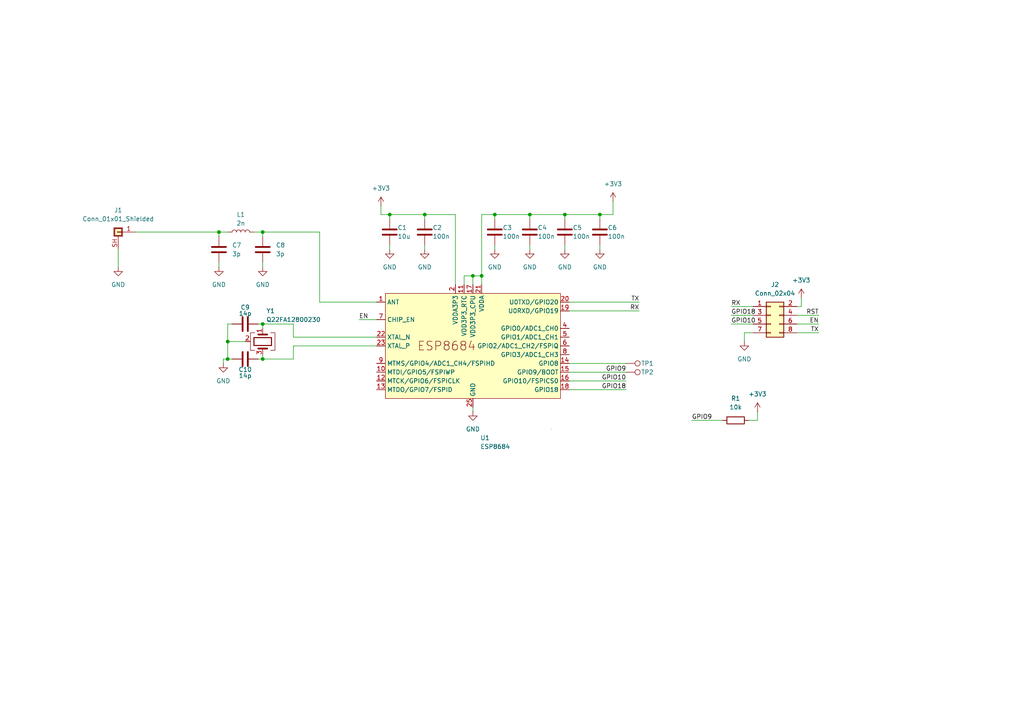
<source format=kicad_sch>
(kicad_sch (version 20250114) (generator "eeschema") (generator_version "9.0")
  (paper "A4")
  (lib_symbols
    (symbol "Connector:TestPoint" (pin_numbers (hide yes)) (pin_names (offset 0.762) (hide yes))
      (property "Reference" "TP" (at 0 6.858 0))
      (property "Value" "TestPoint" (at 0 5.08 0))
      (symbol "TestPoint_0_1"
        (circle (center 0 3.302) (radius 0.762))
      )
      (symbol "TestPoint_1_1"
        (pin passive line (at 0 0 90) (length 2.54) (name "1") (number "1"))
      )
    )
    (symbol "Connector_Generic:Conn_02x04_Odd_Even" (pin_names (offset 1.016) (hide yes))
      (property "Reference" "J" (at 1.27 5.08 0))
      (property "Value" "Conn_02x04_Odd_Even" (at 1.27 -7.62 0))
      (symbol "Conn_02x04_Odd_Even_1_1"
        (rectangle (start -1.27 3.81) (end 3.81 -6.35) (stroke (width 0.254)) (fill (type background)))
        (rectangle (start -1.27 2.667) (end 0 2.413) (stroke (width 0.1524)))
        (rectangle (start -1.27 0.127) (end 0 -0.127) (stroke (width 0.1524)))
        (rectangle (start -1.27 -2.413) (end 0 -2.667) (stroke (width 0.1524)))
        (rectangle (start -1.27 -4.953) (end 0 -5.207) (stroke (width 0.1524)))
        (rectangle (start 3.81 2.667) (end 2.54 2.413) (stroke (width 0.1524)))
        (rectangle (start 3.81 0.127) (end 2.54 -0.127) (stroke (width 0.1524)))
        (rectangle (start 3.81 -2.413) (end 2.54 -2.667) (stroke (width 0.1524)))
        (rectangle (start 3.81 -4.953) (end 2.54 -5.207) (stroke (width 0.1524)))
        (pin passive line (at -5.08 2.54 0) (length 3.81) (name "Pin_1") (number "1"))
        (pin passive line (at -5.08 0 0) (length 3.81) (name "Pin_3") (number "3"))
        (pin passive line (at -5.08 -2.54 0) (length 3.81) (name "Pin_5") (number "5"))
        (pin passive line (at -5.08 -5.08 0) (length 3.81) (name "Pin_7") (number "7"))
        (pin passive line (at 7.62 2.54 180) (length 3.81) (name "Pin_2") (number "2"))
        (pin passive line (at 7.62 0 180) (length 3.81) (name "Pin_4") (number "4"))
        (pin passive line (at 7.62 -2.54 180) (length 3.81) (name "Pin_6") (number "6"))
        (pin passive line (at 7.62 -5.08 180) (length 3.81) (name "Pin_8") (number "8"))
      )
    )
    (symbol "Connector_Generic_Shielded:Conn_01x01_Shielded" (pin_names (offset 1.016) (hide yes))
      (property "Reference" "J" (at 0.254 2.286 0))
      (property "Value" "Conn_01x01_Shielded" (at 1.016 -2.286 0))
      (symbol "Conn_01x01_Shielded_1_1"
        (rectangle (start -1.27 1.27) (end 1.27 -1.27) (stroke (width 0.1524)))
        (rectangle (start -1.016 1.016) (end 1.016 -1.016) (stroke (width 0.254)) (fill (type background)))
        (rectangle (start -1.016 0.127) (end 0.254 -0.127) (stroke (width 0.1524)))
        (pin passive line (at -5.08 0 0) (length 4.064) (name "Pin_1") (number "1"))
        (pin passive line (at 0 -5.08 90) (length 3.81) (name "Shield") (number "SH"))
      )
    )
    (symbol "Device:C" (pin_numbers (hide yes)) (pin_names (offset 0.254))
      (property "Reference" "C" (at 0.635 2.54 0))
      (property "Value" "C" (at 0.635 -2.54 0))
      (symbol "C_0_1"
        (polyline (pts (xy -2.032 0.762) (xy 2.032 0.762)) (stroke (width 0.508)))
        (polyline (pts (xy -2.032 -0.762) (xy 2.032 -0.762)) (stroke (width 0.508)))
      )
      (symbol "C_1_1"
        (pin passive line (at 0 3.81 270) (length 2.794) (name "~") (number "1"))
        (pin passive line (at 0 -3.81 90) (length 2.794) (name "~") (number "2"))
      )
    )
    (symbol "Device:Crystal_GND24" (pin_names (offset 1.016) (hide yes))
      (property "Reference" "Y" (at 3.175 5.08 0))
      (property "Value" "Crystal_GND24" (at 3.175 3.175 0))
      (symbol "Crystal_GND24_0_1"
        (polyline (pts (xy -2.54 2.286) (xy -2.54 3.556) (xy 2.54 3.556) (xy 2.54 2.286)))
        (polyline (pts (xy -2.54 0) (xy -2.032 0)))
        (polyline (pts (xy -2.54 -2.286) (xy -2.54 -3.556) (xy 2.54 -3.556) (xy 2.54 -2.286)))
        (polyline (pts (xy -2.032 -1.27) (xy -2.032 1.27)) (stroke (width 0.508)))
        (rectangle (start -1.143 2.54) (end 1.143 -2.54) (stroke (width 0.3048)))
        (polyline (pts (xy 0 -3.81) (xy 0 -3.556)))
        (polyline (pts (xy 2.032 0) (xy 2.54 0)))
        (polyline (pts (xy 2.032 -1.27) (xy 2.032 1.27)) (stroke (width 0.508)))
      )
      (symbol "Crystal_GND24_1_1"
        (pin passive line (at -3.81 0 0) (length 1.27) (name "1") (number "1"))
        (pin passive line (at 0 -5.08 90) (length 1.27) (name "G") (number "2"))
        (pin passive line (at 0 -5.08 90) (length 1.27) (hide yes) (name "G") (number "4"))
        (pin passive line (at 3.81 0 180) (length 1.27) (name "3") (number "3"))
      )
    )
    (symbol "Device:L" (pin_numbers (hide yes)) (pin_names (offset 1.016) (hide yes))
      (property "Reference" "L" (at -1.27 0 90))
      (property "Value" "L" (at 1.905 0 90))
      (symbol "L_0_1"
        (arc (start 0 2.54) (mid 0.6323 1.905) (end 0 1.27))
        (arc (start 0 1.27) (mid 0.6323 0.635) (end 0 0))
        (arc (start 0 0) (mid 0.6323 -0.635) (end 0 -1.27))
        (arc (start 0 -1.27) (mid 0.6323 -1.905) (end 0 -2.54))
      )
      (symbol "L_1_1"
        (pin passive line (at 0 3.81 270) (length 1.27) (name "1") (number "1"))
        (pin passive line (at 0 -3.81 90) (length 1.27) (name "2") (number "2"))
      )
    )
    (symbol "Device:R" (pin_numbers (hide yes)) (pin_names (offset 0))
      (property "Reference" "R" (at 2.032 0 90))
      (property "Value" "R" (at 0 0 90))
      (symbol "R_0_1"
        (rectangle (start -1.016 -2.54) (end 1.016 2.54) (stroke (width 0.254)))
      )
      (symbol "R_1_1"
        (pin passive line (at 0 3.81 270) (length 1.27) (name "~") (number "1"))
        (pin passive line (at 0 -3.81 90) (length 1.27) (name "~") (number "2"))
      )
    )
    (symbol "PCM_Espressif:ESP8684"
      (property "Reference" "U" (at -25.4 20.32 0))
      (property "Value" "ESP8684" (at -25.4 17.78 0))
      (symbol "ESP8684_0_0"
        (rectangle (start -25.4 15.24) (end 25.4 -15.24) (fill (type background)))
        (text "ESP8684" (at -7.62 0 0) (effects (font (size 2.54 2.54))))
      )
      (symbol "ESP8684_0_1"
        (rectangle (start 22.86 -24.13) (end 22.86 -24.13))
      )
      (symbol "ESP8684_1_1"
        (pin bidirectional line (at -27.94 12.7 0) (length 2.54) (name "ANT") (number "1"))
        (pin input line (at -27.94 7.62 0) (length 2.54) (name "CHIP_EN") (number "7"))
        (pin output line (at -27.94 2.54 0) (length 2.54) (name "XTAL_N") (number "22"))
        (pin input line (at -27.94 0 0) (length 2.54) (name "XTAL_P") (number "23"))
        (pin bidirectional line (at -27.94 -5.08 0) (length 2.54) (name "MTMS/GPIO4/ADC1_CH4/FSPIHD") (number "9"))
        (pin bidirectional line (at -27.94 -7.62 0) (length 2.54) (name "MTDI/GPIO5/FSPIWP") (number "10"))
        (pin bidirectional line (at -27.94 -10.16 0) (length 2.54) (name "MTCK/GPIO6/FSPICLK") (number "12"))
        (pin bidirectional line (at -27.94 -12.7 0) (length 2.54) (name "MTDO/GPIO7/FSPID") (number "13"))
        (pin power_in line (at -5.08 17.78 270) (length 2.54) (name "VDDA3P3") (number "2"))
        (pin passive line (at -5.08 17.78 270) (length 2.54) (hide yes) (name "VDDA3P3") (number "3"))
        (pin power_in line (at -2.54 17.78 270) (length 2.54) (name "VDD3P3_RTC") (number "11"))
        (pin power_in line (at 0 17.78 270) (length 2.54) (name "VDD3P3_CPU") (number "17"))
        (pin power_in line (at 0 -17.78 90) (length 2.54) (name "GND") (number "25"))
        (pin power_in line (at 2.54 17.78 270) (length 2.54) (name "VDDA") (number "21"))
        (pin passive line (at 2.54 17.78 270) (length 2.54) (hide yes) (name "VDDA") (number "24"))
        (pin bidirectional line (at 27.94 12.7 180) (length 2.54) (name "U0TXD/GPIO20") (number "20"))
        (pin bidirectional line (at 27.94 10.16 180) (length 2.54) (name "U0RXD/GPIO19") (number "19"))
        (pin bidirectional line (at 27.94 5.08 180) (length 2.54) (name "GPIO0/ADC1_CH0") (number "4"))
        (pin bidirectional line (at 27.94 2.54 180) (length 2.54) (name "GPIO1/ADC1_CH1") (number "5"))
        (pin bidirectional line (at 27.94 0 180) (length 2.54) (name "GPIO2/ADC1_CH2/FSPIQ") (number "6"))
        (pin bidirectional line (at 27.94 -2.54 180) (length 2.54) (name "GPIO3/ADC1_CH3") (number "8"))
        (pin bidirectional line (at 27.94 -5.08 180) (length 2.54) (name "GPIO8") (number "14"))
        (pin bidirectional line (at 27.94 -7.62 180) (length 2.54) (name "GPIO9/BOOT") (number "15"))
        (pin bidirectional line (at 27.94 -10.16 180) (length 2.54) (name "GPIO10/FSPICS0") (number "16"))
        (pin bidirectional line (at 27.94 -12.7 180) (length 2.54) (name "GPIO18") (number "18"))
      )
    )
    (symbol "power:+3V3" (power) (pin_numbers (hide yes)) (pin_names (offset 0) (hide yes))
      (property "Value" "+3V3" (at 0 3.556 0))
      (symbol "+3V3_0_1"
        (polyline (pts (xy -0.762 1.27) (xy 0 2.54)))
        (polyline (pts (xy 0 2.54) (xy 0.762 1.27)))
        (polyline (pts (xy 0 0) (xy 0 2.54)))
      )
      (symbol "+3V3_1_1"
        (pin power_in line (at 0 0 90) (length 0) (name "~") (number "1"))
      )
    )
    (symbol "power:GND" (power) (pin_numbers (hide yes)) (pin_names (offset 0) (hide yes))
      (property "Value" "GND" (at 0 -3.81 0))
      (symbol "GND_0_1"
        (polyline (pts (xy 0 0) (xy 0 -1.27) (xy 1.27 -1.27) (xy 0 -2.54) (xy -1.27 -1.27) (xy 0 -1.27)))
      )
      (symbol "GND_1_1"
        (pin power_in line (at 0 0 270) (length 0) (name "~") (number "1"))
      )
    )
  )
  (junction (at 66.04 99.06))
  (junction (at 137.16 80.01))
  (junction (at 66.04 104.14))
  (junction (at 153.67 62.23))
  (junction (at 123.19 62.23))
  (junction (at 76.2 93.98))
  (junction (at 76.2 67.31))
  (junction (at 139.7 80.01))
  (junction (at 63.5 67.31))
  (junction (at 113.03 62.23))
  (junction (at 163.83 62.23))
  (junction (at 173.99 62.23))
  (junction (at 143.51 62.23))
  (junction (at 76.2 104.14))
  (wire (pts (xy 143.51 62.23) (xy 139.7 62.23)))
  (wire (pts (xy 113.03 71.12) (xy 113.03 72.39)))
  (wire (pts (xy 76.2 104.14) (xy 74.93 104.14)))
  (wire (pts (xy 66.04 104.14) (xy 67.31 104.14)))
  (wire (pts (xy 177.8 62.23) (xy 173.99 62.23)))
  (wire (pts (xy 163.83 62.23) (xy 163.83 63.5)))
  (wire (pts (xy 63.5 67.31) (xy 66.04 67.31)))
  (wire (pts (xy 63.5 76.2) (xy 63.5 77.47)))
  (wire (pts (xy 212.09 93.98) (xy 218.44 93.98)))
  (wire (pts (xy 200.66 121.92) (xy 209.55 121.92)))
  (wire (pts (xy 163.83 62.23) (xy 153.67 62.23)))
  (wire (pts (xy 113.03 62.23) (xy 123.19 62.23)))
  (wire (pts (xy 231.14 88.9) (xy 232.41 88.9)))
  (wire (pts (xy 66.04 99.06) (xy 66.04 104.14)))
  (wire (pts (xy 143.51 72.39) (xy 143.51 71.12)))
  (wire (pts (xy 137.16 119.38) (xy 137.16 118.11)))
  (wire (pts (xy 85.09 104.14) (xy 76.2 104.14)))
  (wire (pts (xy 134.62 80.01) (xy 134.62 82.55)))
  (wire (pts (xy 143.51 62.23) (xy 143.51 63.5)))
  (wire (pts (xy 71.12 99.06) (xy 66.04 99.06)))
  (wire (pts (xy 73.66 67.31) (xy 76.2 67.31)))
  (wire (pts (xy 123.19 62.23) (xy 132.08 62.23)))
  (wire (pts (xy 237.49 91.44) (xy 231.14 91.44)))
  (wire (pts (xy 173.99 62.23) (xy 163.83 62.23)))
  (wire (pts (xy 110.49 62.23) (xy 110.49 59.69)))
  (wire (pts (xy 139.7 80.01) (xy 139.7 82.55)))
  (wire (pts (xy 110.49 62.23) (xy 113.03 62.23)))
  (wire (pts (xy 66.04 99.06) (xy 66.04 93.98)))
  (wire (pts (xy 76.2 93.98) (xy 85.09 93.98)))
  (wire (pts (xy 113.03 63.5) (xy 113.03 62.23)))
  (wire (pts (xy 181.61 113.03) (xy 165.1 113.03)))
  (wire (pts (xy 165.1 107.95) (xy 181.61 107.95)))
  (wire (pts (xy 153.67 72.39) (xy 153.67 71.12)))
  (wire (pts (xy 153.67 62.23) (xy 143.51 62.23)))
  (wire (pts (xy 165.1 105.41) (xy 181.61 105.41)))
  (wire (pts (xy 85.09 100.33) (xy 85.09 104.14)))
  (wire (pts (xy 64.77 104.14) (xy 64.77 105.41)))
  (wire (pts (xy 132.08 62.23) (xy 132.08 82.55)))
  (wire (pts (xy 231.14 96.52) (xy 237.49 96.52)))
  (wire (pts (xy 123.19 71.12) (xy 123.19 72.39)))
  (wire (pts (xy 163.83 71.12) (xy 163.83 72.39)))
  (wire (pts (xy 217.17 121.92) (xy 219.71 121.92)))
  (wire (pts (xy 153.67 62.23) (xy 153.67 63.5)))
  (wire (pts (xy 85.09 93.98) (xy 85.09 97.79)))
  (wire (pts (xy 76.2 93.98) (xy 76.2 95.25)))
  (wire (pts (xy 173.99 71.12) (xy 173.99 72.39)))
  (wire (pts (xy 165.1 87.63) (xy 185.42 87.63)))
  (wire (pts (xy 215.9 96.52) (xy 215.9 99.06)))
  (wire (pts (xy 219.71 121.92) (xy 219.71 119.38)))
  (wire (pts (xy 173.99 62.23) (xy 173.99 63.5)))
  (wire (pts (xy 137.16 80.01) (xy 134.62 80.01)))
  (wire (pts (xy 76.2 76.2) (xy 76.2 77.47)))
  (wire (pts (xy 85.09 97.79) (xy 109.22 97.79)))
  (wire (pts (xy 39.37 67.31) (xy 63.5 67.31)))
  (wire (pts (xy 34.29 72.39) (xy 34.29 77.47)))
  (wire (pts (xy 76.2 67.31) (xy 76.2 68.58)))
  (wire (pts (xy 104.14 92.71) (xy 109.22 92.71)))
  (wire (pts (xy 165.1 90.17) (xy 185.42 90.17)))
  (wire (pts (xy 177.8 62.23) (xy 177.8 58.42)))
  (wire (pts (xy 232.41 88.9) (xy 232.41 86.36)))
  (wire (pts (xy 231.14 93.98) (xy 237.49 93.98)))
  (wire (pts (xy 218.44 96.52) (xy 215.9 96.52)))
  (wire (pts (xy 76.2 67.31) (xy 92.71 67.31)))
  (wire (pts (xy 137.16 80.01) (xy 137.16 82.55)))
  (wire (pts (xy 85.09 100.33) (xy 109.22 100.33)))
  (wire (pts (xy 212.09 88.9) (xy 218.44 88.9)))
  (wire (pts (xy 139.7 62.23) (xy 139.7 80.01)))
  (wire (pts (xy 92.71 87.63) (xy 109.22 87.63)))
  (wire (pts (xy 66.04 93.98) (xy 67.31 93.98)))
  (wire (pts (xy 66.04 104.14) (xy 64.77 104.14)))
  (wire (pts (xy 74.93 93.98) (xy 76.2 93.98)))
  (wire (pts (xy 76.2 102.87) (xy 76.2 104.14)))
  (wire (pts (xy 181.61 110.49) (xy 165.1 110.49)))
  (wire (pts (xy 123.19 63.5) (xy 123.19 62.23)))
  (wire (pts (xy 92.71 67.31) (xy 92.71 87.63)))
  (wire (pts (xy 63.5 67.31) (xy 63.5 68.58)))
  (wire (pts (xy 212.09 91.44) (xy 218.44 91.44)))
  (wire (pts (xy 139.7 80.01) (xy 137.16 80.01)))
  (label "TX" (at 237.49 96.52 180))
  (label "GPIO10" (at 181.61 110.49 180))
  (label "RST" (at 237.49 91.44 180))
  (label "GPIO9" (at 200.66 121.92 0))
  (label "GPIO10" (at 212.09 93.98 0))
  (label "RX" (at 185.42 90.17 180))
  (label "GPIO18" (at 212.09 91.44 0))
  (label "GPIO18" (at 181.61 113.03 180))
  (label "EN" (at 237.49 93.98 180))
  (label "RX" (at 212.09 88.9 0))
  (label "TX" (at 185.42 87.63 180))
  (label "GPIO9" (at 181.61 107.95 180))
  (label "EN" (at 104.14 92.71 0))
  (symbol (lib_id "power:GND") (at 123.19 72.39 0) (unit 1)
    (property "Reference" "#PWR04" (effects (hide yes)))
    (property "Value" "GND" (at 123.19 77.47 0))
    (property "Description" "Power symbol creates a global label with name \"GND\" , ground" (effects (hide yes)))
  )
  (symbol (lib_id "Device:C") (at 123.19 67.31 0) (unit 1)
    (property "Reference" "C2" (at 125.476 66.04 0) (effects (justify left)))
    (property "Value" "100n" (at 125.476 68.58 0) (effects (justify left)))
    (property "Footprint" "Capacitor_SMD:C_0402_1005Metric" (effects (hide yes)))
    (property "Description" "Unpolarized capacitor" (effects (hide yes)))
  )
  (symbol (lib_id "Device:C") (at 153.67 67.31 0) (unit 1)
    (property "Reference" "C4" (at 155.956 66.04 0) (effects (justify left)))
    (property "Value" "100n" (at 155.956 68.58 0) (effects (justify left)))
    (property "Footprint" "Capacitor_SMD:C_0402_1005Metric" (effects (hide yes)))
    (property "Description" "Unpolarized capacitor" (effects (hide yes)))
  )
  (symbol (lib_id "power:+3V3") (at 232.41 86.36 0) (mirror y) (unit 1)
    (property "Reference" "#PWR012" (effects (hide yes)))
    (property "Value" "+3V3" (at 232.41 81.28 0))
    (property "Description" "Power symbol creates a global label with name \"+3V3\"" (effects (hide yes)))
  )
  (symbol (lib_id "Device:Crystal_GND24") (at 76.2 99.06 270) (unit 1)
    (property "Reference" "Y1" (at 77.216 90.17 90) (effects (justify left)))
    (property "Value" "Q22FA12800230" (at 77.216 92.71 90) (effects (justify left)))
    (property "Footprint" "Crystal:Crystal_SMD_SeikoEpson_FA128-4Pin_2.0x1.6mm" (effects (hide yes)))
    (property "Description" "Four pin crystal, GND on pins 2 and 4" (effects (hide yes)))
    (property private "KLC_S3.3" "The rectangle is not a symbol body but a graphical element" (effects (hide yes)))
    (property private "KLC_S4.1" "Some pins are on 50mil grid to make the symbol small" (effects (hide yes)))
  )
  (symbol (lib_id "Device:C") (at 71.12 93.98 90) (unit 1)
    (property "Reference" "C9" (at 71.12 89.154 90))
    (property "Value" "14p" (at 71.12 90.932 90))
    (property "Footprint" "Capacitor_SMD:C_0402_1005Metric" (effects (hide yes)))
    (property "Description" "Unpolarized capacitor" (effects (hide yes)))
  )
  (symbol (lib_id "Connector_Generic_Shielded:Conn_01x01_Shielded") (at 34.29 67.31 0) (mirror y) (unit 1)
    (property "Reference" "J1" (at 34.29 60.96 0))
    (property "Value" "Conn_01x01_Shielded" (at 34.29 63.5 0))
    (property "Footprint" "Connector_Coaxial:U.FL_Molex_MCRF_73412-0110_Vertical" (effects (hide yes)))
    (property "Description" "Generic shielded connector, single row, 01x01, script generated (kicad-library-utils/schlib/autogen/connector/)" (effects (hide yes)))
  )
  (symbol (lib_id "power:GND") (at 163.83 72.39 0) (unit 1)
    (property "Reference" "#PWR07" (effects (hide yes)))
    (property "Value" "GND" (at 163.83 77.47 0))
    (property "Description" "Power symbol creates a global label with name \"GND\" , ground" (effects (hide yes)))
  )
  (symbol (lib_id "power:GND") (at 215.9 99.06 0) (mirror y) (unit 1)
    (property "Reference" "#PWR013" (effects (hide yes)))
    (property "Value" "GND" (at 215.9 104.14 0))
    (property "Description" "Power symbol creates a global label with name \"GND\" , ground" (effects (hide yes)))
  )
  (symbol (lib_id "power:GND") (at 34.29 77.47 0) (unit 1)
    (property "Reference" "#PWR09" (effects (hide yes)))
    (property "Value" "GND" (at 34.29 82.55 0))
    (property "Description" "Power symbol creates a global label with name \"GND\" , ground" (effects (hide yes)))
  )
  (symbol (lib_id "Connector_Generic:Conn_02x04_Odd_Even") (at 223.52 91.44 0) (unit 1)
    (property "Reference" "J2" (at 224.79 82.55 0))
    (property "Value" "Conn_02x04" (at 224.79 85.09 0))
    (property "Footprint" "Connector_PinHeader_2.54mm:PinHeader_2x04_P2.54mm_Vertical" (effects (hide yes)))
    (property "Description" "Generic connector, double row, 02x04, odd/even pin numbering scheme (row 1 odd numbers, row 2 even numbers), script generated (kicad-library-utils/schlib/autogen/connector/)" (effects (hide yes)))
  )
  (symbol (lib_id "power:GND") (at 173.99 72.39 0) (unit 1)
    (property "Reference" "#PWR08" (effects (hide yes)))
    (property "Value" "GND" (at 173.99 77.47 0))
    (property "Description" "Power symbol creates a global label with name \"GND\" , ground" (effects (hide yes)))
  )
  (symbol (lib_id "Device:C") (at 71.12 104.14 90) (mirror x) (unit 1)
    (property "Reference" "C10" (at 71.12 107.188 90))
    (property "Value" "14p" (at 71.12 108.966 90))
    (property "Footprint" "Capacitor_SMD:C_0402_1005Metric" (effects (hide yes)))
    (property "Description" "Unpolarized capacitor" (effects (hide yes)))
  )
  (symbol (lib_id "power:GND") (at 113.03 72.39 0) (unit 1)
    (property "Reference" "#PWR03" (effects (hide yes)))
    (property "Value" "GND" (at 113.03 77.47 0))
    (property "Description" "Power symbol creates a global label with name \"GND\" , ground" (effects (hide yes)))
  )
  (symbol (lib_id "Device:C") (at 113.03 67.31 0) (unit 1)
    (property "Reference" "C1" (at 115.316 66.04 0) (effects (justify left)))
    (property "Value" "10u" (at 115.316 68.58 0) (effects (justify left)))
    (property "Footprint" "Capacitor_SMD:C_0603_1608Metric" (effects (hide yes)))
    (property "Description" "Unpolarized capacitor" (effects (hide yes)))
  )
  (symbol (lib_id "Connector:TestPoint") (at 181.61 105.41 270) (unit 1)
    (property "Reference" "TP1" (at 185.928 105.41 90) (effects (justify left)))
    (property "Value" "TestPoint" (effects (hide yes)))
    (property "Footprint" "TestPoint:TestPoint_Pad_D1.0mm" (effects (hide yes)))
    (property "Description" "test point" (effects (hide yes)))
  )
  (symbol (lib_id "power:+3V3") (at 110.49 59.69 0) (unit 1)
    (property "Reference" "#PWR02" (effects (hide yes)))
    (property "Value" "+3V3" (at 110.49 54.61 0))
    (property "Description" "Power symbol creates a global label with name \"+3V3\"" (effects (hide yes)))
  )
  (symbol (lib_id "power:GND") (at 63.5 77.47 0) (unit 1)
    (property "Reference" "#PWR010" (effects (hide yes)))
    (property "Value" "GND" (at 63.5 82.55 0))
    (property "Description" "Power symbol creates a global label with name \"GND\" , ground" (effects (hide yes)))
  )
  (symbol (lib_id "Device:C") (at 143.51 67.31 0) (unit 1)
    (property "Reference" "C3" (at 145.796 66.04 0) (effects (justify left)))
    (property "Value" "100n" (at 145.796 68.58 0) (effects (justify left)))
    (property "Footprint" "Capacitor_SMD:C_0402_1005Metric" (effects (hide yes)))
    (property "Description" "Unpolarized capacitor" (effects (hide yes)))
  )
  (symbol (lib_id "power:GND") (at 137.16 119.38 0) (unit 1)
    (property "Reference" "#PWR015" (effects (hide yes)))
    (property "Value" "GND" (at 137.16 124.46 0))
    (property "Description" "Power symbol creates a global label with name \"GND\" , ground" (effects (hide yes)))
  )
  (symbol (lib_id "Connector:TestPoint") (at 181.61 107.95 270) (unit 1)
    (property "Reference" "TP2" (at 185.928 107.95 90) (effects (justify left)))
    (property "Value" "TestPoint" (effects (hide yes)))
    (property "Footprint" "TestPoint:TestPoint_Pad_D1.0mm" (effects (hide yes)))
    (property "Description" "test point" (effects (hide yes)))
  )
  (symbol (lib_id "power:+3V3") (at 177.8 58.42 0) (unit 1)
    (property "Reference" "#PWR01" (effects (hide yes)))
    (property "Value" "+3V3" (at 177.8 53.34 0))
    (property "Description" "Power symbol creates a global label with name \"+3V3\"" (effects (hide yes)))
  )
  (symbol (lib_id "Device:C") (at 76.2 72.39 0) (unit 1)
    (property "Reference" "C8" (at 80.01 71.1199 0) (effects (justify left)))
    (property "Value" "3p" (at 80.01 73.6599 0) (effects (justify left)))
    (property "Footprint" "Capacitor_SMD:C_0402_1005Metric" (effects (hide yes)))
    (property "Description" "Unpolarized capacitor" (effects (hide yes)))
  )
  (symbol (lib_id "Device:C") (at 63.5 72.39 0) (unit 1)
    (property "Reference" "C7" (at 67.31 71.1199 0) (effects (justify left)))
    (property "Value" "3p" (at 67.31 73.6599 0) (effects (justify left)))
    (property "Footprint" "Capacitor_SMD:C_0402_1005Metric" (effects (hide yes)))
    (property "Description" "Unpolarized capacitor" (effects (hide yes)))
  )
  (symbol (lib_id "power:GND") (at 143.51 72.39 0) (unit 1)
    (property "Reference" "#PWR05" (effects (hide yes)))
    (property "Value" "GND" (at 143.51 77.47 0))
    (property "Description" "Power symbol creates a global label with name \"GND\" , ground" (effects (hide yes)))
  )
  (symbol (lib_id "power:GND") (at 153.67 72.39 0) (unit 1)
    (property "Reference" "#PWR06" (effects (hide yes)))
    (property "Value" "GND" (at 153.67 77.47 0))
    (property "Description" "Power symbol creates a global label with name \"GND\" , ground" (effects (hide yes)))
  )
  (symbol (lib_id "Device:L") (at 69.85 67.31 90) (unit 1)
    (property "Reference" "L1" (at 69.85 62.23 90))
    (property "Value" "2n" (at 69.85 64.77 90))
    (property "Footprint" "Inductor_SMD:L_0402_1005Metric" (effects (hide yes)))
    (property "Description" "Inductor" (effects (hide yes)))
  )
  (symbol (lib_id "power:+3V3") (at 219.71 119.38 0) (mirror y) (unit 1)
    (property "Reference" "#PWR016" (effects (hide yes)))
    (property "Value" "+3V3" (at 219.71 114.3 0))
    (property "Description" "Power symbol creates a global label with name \"+3V3\"" (effects (hide yes)))
  )
  (symbol (lib_id "Device:C") (at 173.99 67.31 0) (unit 1)
    (property "Reference" "C6" (at 176.276 66.04 0) (effects (justify left)))
    (property "Value" "100n" (at 176.276 68.58 0) (effects (justify left)))
    (property "Footprint" "Capacitor_SMD:C_0402_1005Metric" (effects (hide yes)))
    (property "Description" "Unpolarized capacitor" (effects (hide yes)))
  )
  (symbol (lib_id "Device:R") (at 213.36 121.92 90) (unit 1)
    (property "Reference" "R1" (at 213.36 115.57 90))
    (property "Value" "10k" (at 213.36 118.11 90))
    (property "Footprint" "Resistor_SMD:R_0402_1005Metric" (effects (hide yes)))
    (property "Description" "Resistor" (effects (hide yes)))
  )
  (symbol (lib_id "Device:C") (at 163.83 67.31 0) (unit 1)
    (property "Reference" "C5" (at 166.116 66.04 0) (effects (justify left)))
    (property "Value" "100n" (at 166.116 68.58 0) (effects (justify left)))
    (property "Footprint" "Capacitor_SMD:C_0402_1005Metric" (effects (hide yes)))
    (property "Description" "Unpolarized capacitor" (effects (hide yes)))
  )
  (symbol (lib_id "power:GND") (at 64.77 105.41 0) (unit 1)
    (property "Reference" "#PWR014" (effects (hide yes)))
    (property "Value" "GND" (at 64.77 110.49 0))
    (property "Description" "Power symbol creates a global label with name \"GND\" , ground" (effects (hide yes)))
  )
  (symbol (lib_id "power:GND") (at 76.2 77.47 0) (unit 1)
    (property "Reference" "#PWR011" (effects (hide yes)))
    (property "Value" "GND" (at 76.2 82.55 0))
    (property "Description" "Power symbol creates a global label with name \"GND\" , ground" (effects (hide yes)))
  )
  (symbol (lib_id "PCM_Espressif:ESP8684") (at 137.16 100.33 0) (unit 1)
    (property "Reference" "U1" (at 139.3033 127 0) (effects (justify left)))
    (property "Value" "ESP8684" (at 139.3033 129.54 0) (effects (justify left)))
    (property "Footprint" "Package_DFN_QFN:QFN-24-1EP_4x4mm_P0.5mm_EP2.8x2.8mm" (effects (hide yes)))
    (property "Datasheet" "https://www.espressif.com/sites/default/files/documentation/esp8684_datasheet_en.pdf" (effects (hide yes)))
    (property "Description" "ESP8684 is an Ultra­Low­Power SoC with RISC­V Single­Core CPU,Supporting IEEE 802.11b/g/n (2.4 GHz Wi­Fi) and Bluetooth 5 (LE)" (effects (hide yes)))
  )
)
</source>
